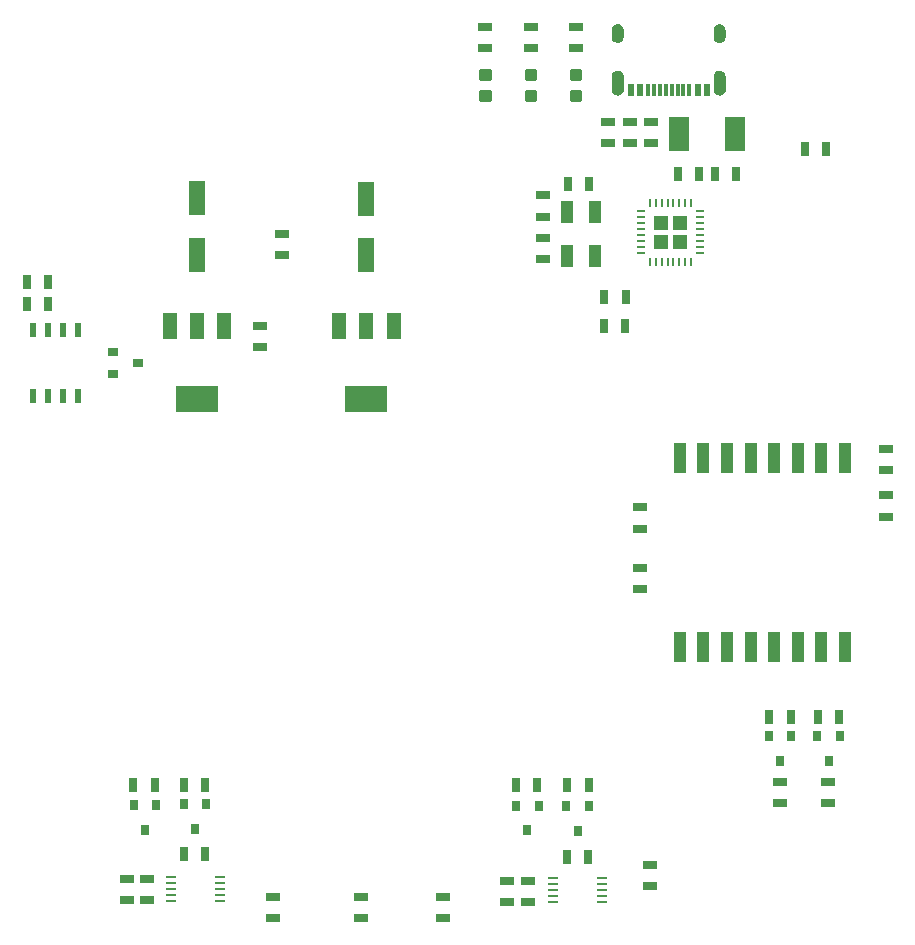
<source format=gbr>
G04 EAGLE Gerber RS-274X export*
G75*
%MOMM*%
%FSLAX34Y34*%
%LPD*%
%INSolderpaste Top*%
%IPPOS*%
%AMOC8*
5,1,8,0,0,1.08239X$1,22.5*%
G01*
%ADD10R,1.200000X0.800000*%
%ADD11R,1.100000X2.600000*%
%ADD12R,0.800000X0.284600*%
%ADD13R,0.284600X0.800000*%
%ADD14R,1.300000X1.300000*%
%ADD15R,1.100000X1.900000*%
%ADD16R,0.800000X1.200000*%
%ADD17R,0.300000X1.000000*%
%ADD18R,0.600000X1.000000*%
%ADD19R,1.676400X2.895600*%
%ADD20R,1.219200X2.235200*%
%ADD21R,3.600000X2.200000*%
%ADD22R,1.400000X3.000000*%
%ADD23R,0.875000X0.250000*%
%ADD24R,0.800000X0.900000*%
%ADD25R,0.900000X0.800000*%
%ADD26R,0.600000X1.200000*%
%ADD27C,0.300000*%

G36*
X670704Y826155D02*
X670704Y826155D01*
X670707Y826151D01*
X671815Y826321D01*
X671821Y826327D01*
X671826Y826324D01*
X672868Y826736D01*
X672872Y826743D01*
X672877Y826741D01*
X673802Y827375D01*
X673804Y827383D01*
X673810Y827382D01*
X674570Y828206D01*
X674571Y828214D01*
X674577Y828214D01*
X675134Y829186D01*
X675134Y829190D01*
X675135Y829191D01*
X675133Y829193D01*
X675133Y829194D01*
X675139Y829196D01*
X675466Y830268D01*
X675465Y830273D01*
X675467Y830274D01*
X675465Y830277D01*
X675468Y830279D01*
X675549Y831396D01*
X675548Y831399D01*
X675549Y831400D01*
X675549Y843400D01*
X675544Y843407D01*
X675548Y843411D01*
X675329Y844355D01*
X675323Y844361D01*
X675325Y844366D01*
X674902Y845238D01*
X674894Y845241D01*
X674896Y845247D01*
X674289Y846003D01*
X674281Y846005D01*
X674281Y846011D01*
X673521Y846612D01*
X673512Y846612D01*
X673511Y846618D01*
X672636Y847036D01*
X672628Y847034D01*
X672626Y847039D01*
X671680Y847252D01*
X671673Y847248D01*
X671669Y847253D01*
X670700Y847249D01*
X670699Y847249D01*
X669631Y847230D01*
X669630Y847230D01*
X669624Y847226D01*
X669620Y847229D01*
X668583Y846973D01*
X668578Y846966D01*
X668572Y846969D01*
X667618Y846488D01*
X667615Y846481D01*
X667609Y846482D01*
X666786Y845801D01*
X666784Y845793D01*
X666778Y845793D01*
X666127Y844946D01*
X666127Y844938D01*
X666121Y844937D01*
X665674Y843966D01*
X665676Y843958D01*
X665671Y843956D01*
X665452Y842910D01*
X665455Y842903D01*
X665451Y842900D01*
X665451Y830900D01*
X665454Y830895D01*
X665451Y830892D01*
X665631Y829797D01*
X665637Y829791D01*
X665634Y829786D01*
X666053Y828758D01*
X666060Y828754D01*
X666058Y828749D01*
X666696Y827840D01*
X666703Y827838D01*
X666703Y827832D01*
X667526Y827088D01*
X667534Y827087D01*
X667535Y827081D01*
X668503Y826539D01*
X668512Y826540D01*
X668514Y826534D01*
X669578Y826221D01*
X669586Y826224D01*
X669589Y826219D01*
X670697Y826151D01*
X670704Y826155D01*
G37*
G36*
X757202Y826154D02*
X757202Y826154D01*
X757206Y826151D01*
X758251Y826269D01*
X758257Y826275D01*
X758262Y826271D01*
X759256Y826619D01*
X759260Y826626D01*
X759265Y826624D01*
X760157Y827184D01*
X760160Y827191D01*
X760165Y827191D01*
X760909Y827935D01*
X760911Y827943D01*
X760916Y827943D01*
X761476Y828835D01*
X761476Y828842D01*
X761477Y828843D01*
X761481Y828844D01*
X761829Y829838D01*
X761826Y829846D01*
X761831Y829849D01*
X761949Y830895D01*
X761947Y830898D01*
X761949Y830900D01*
X761949Y842900D01*
X761946Y842905D01*
X761949Y842908D01*
X761791Y843904D01*
X761785Y843910D01*
X761788Y843915D01*
X761413Y844851D01*
X761406Y844855D01*
X761408Y844861D01*
X760834Y845690D01*
X760826Y845693D01*
X760827Y845698D01*
X760083Y846379D01*
X760074Y846380D01*
X760074Y846386D01*
X759197Y846884D01*
X759189Y846883D01*
X759186Y846888D01*
X758221Y847179D01*
X758213Y847176D01*
X758210Y847181D01*
X757203Y847249D01*
X757201Y847248D01*
X757200Y847249D01*
X756119Y847240D01*
X756112Y847235D01*
X756108Y847239D01*
X755056Y846990D01*
X755051Y846983D01*
X755046Y846986D01*
X754076Y846509D01*
X754073Y846501D01*
X754067Y846503D01*
X753228Y845822D01*
X753226Y845814D01*
X753220Y845814D01*
X752554Y844964D01*
X752553Y844955D01*
X752548Y844954D01*
X752087Y843977D01*
X752089Y843969D01*
X752084Y843966D01*
X751852Y842911D01*
X751855Y842903D01*
X751851Y842900D01*
X751851Y830900D01*
X751855Y830895D01*
X751851Y830892D01*
X752044Y829786D01*
X752050Y829781D01*
X752047Y829776D01*
X752480Y828741D01*
X752487Y828737D01*
X752485Y828732D01*
X753138Y827819D01*
X753146Y827817D01*
X753145Y827811D01*
X753984Y827067D01*
X753993Y827066D01*
X753993Y827061D01*
X754977Y826522D01*
X754985Y826523D01*
X754987Y826518D01*
X756066Y826211D01*
X756074Y826214D01*
X756077Y826209D01*
X757197Y826151D01*
X757202Y826154D01*
G37*
G36*
X670704Y870656D02*
X670704Y870656D01*
X670709Y870652D01*
X671846Y870859D01*
X671852Y870865D01*
X671857Y870862D01*
X672919Y871317D01*
X672923Y871324D01*
X672929Y871322D01*
X673864Y872002D01*
X673866Y872010D01*
X673872Y872009D01*
X674632Y872880D01*
X674632Y872888D01*
X674638Y872889D01*
X675185Y873908D01*
X675184Y873916D01*
X675189Y873918D01*
X675195Y873937D01*
X675208Y873986D01*
X675222Y874036D01*
X675235Y874085D01*
X675249Y874134D01*
X675262Y874183D01*
X675263Y874183D01*
X675262Y874183D01*
X675276Y874233D01*
X675290Y874282D01*
X675303Y874331D01*
X675317Y874380D01*
X675330Y874430D01*
X675344Y874479D01*
X675357Y874528D01*
X675371Y874577D01*
X675385Y874627D01*
X675398Y874676D01*
X675412Y874725D01*
X675496Y875032D01*
X675493Y875040D01*
X675498Y875043D01*
X675549Y876198D01*
X675548Y876199D01*
X675549Y876200D01*
X675549Y882200D01*
X675545Y882206D01*
X675548Y882209D01*
X675336Y883290D01*
X675330Y883295D01*
X675333Y883300D01*
X674886Y884306D01*
X674879Y884310D01*
X674881Y884316D01*
X674221Y885197D01*
X674213Y885200D01*
X674213Y885205D01*
X673374Y885918D01*
X673366Y885918D01*
X673365Y885924D01*
X672388Y886432D01*
X672380Y886431D01*
X672378Y886436D01*
X671313Y886714D01*
X671305Y886711D01*
X671302Y886715D01*
X670202Y886749D01*
X670196Y886746D01*
X670193Y886749D01*
X669118Y886594D01*
X669112Y886588D01*
X669107Y886591D01*
X668093Y886201D01*
X668089Y886194D01*
X668083Y886196D01*
X667181Y885589D01*
X667179Y885581D01*
X667173Y885582D01*
X666429Y884790D01*
X666428Y884782D01*
X666422Y884782D01*
X665873Y883844D01*
X665874Y883836D01*
X665868Y883834D01*
X665541Y882798D01*
X665544Y882790D01*
X665539Y882787D01*
X665451Y881704D01*
X665453Y881701D01*
X665451Y881700D01*
X665451Y875700D01*
X665454Y875696D01*
X665451Y875694D01*
X665601Y874561D01*
X665607Y874555D01*
X665604Y874550D01*
X666002Y873480D01*
X666009Y873476D01*
X666007Y873470D01*
X666634Y872515D01*
X666642Y872512D01*
X666641Y872507D01*
X667464Y871715D01*
X667472Y871714D01*
X667473Y871708D01*
X668452Y871119D01*
X668460Y871120D01*
X668462Y871115D01*
X669547Y870759D01*
X669555Y870762D01*
X669558Y870757D01*
X670695Y870651D01*
X670704Y870656D01*
G37*
G36*
X757842Y870757D02*
X757842Y870757D01*
X757848Y870762D01*
X757853Y870759D01*
X758938Y871115D01*
X758943Y871122D01*
X758948Y871119D01*
X759927Y871708D01*
X759930Y871716D01*
X759936Y871715D01*
X760759Y872507D01*
X760760Y872515D01*
X760766Y872515D01*
X761393Y873470D01*
X761392Y873478D01*
X761398Y873480D01*
X761796Y874550D01*
X761794Y874558D01*
X761799Y874561D01*
X761949Y875694D01*
X761946Y875698D01*
X761949Y875700D01*
X761949Y881700D01*
X761946Y881704D01*
X761949Y881706D01*
X761799Y882839D01*
X761793Y882845D01*
X761796Y882850D01*
X761398Y883920D01*
X761391Y883924D01*
X761393Y883930D01*
X760766Y884885D01*
X760758Y884888D01*
X760759Y884893D01*
X759936Y885685D01*
X759928Y885686D01*
X759927Y885692D01*
X758948Y886281D01*
X758940Y886280D01*
X758938Y886285D01*
X757853Y886641D01*
X757845Y886639D01*
X757842Y886643D01*
X756705Y886749D01*
X756698Y886745D01*
X756694Y886749D01*
X755606Y886604D01*
X755600Y886598D01*
X755595Y886601D01*
X754567Y886218D01*
X754562Y886211D01*
X754557Y886213D01*
X753640Y885610D01*
X753637Y885602D01*
X753631Y885603D01*
X752871Y884811D01*
X752870Y884803D01*
X752864Y884802D01*
X752300Y883861D01*
X752301Y883853D01*
X752295Y883851D01*
X751954Y882808D01*
X751956Y882800D01*
X751952Y882797D01*
X751851Y881705D01*
X751853Y881702D01*
X751851Y881700D01*
X751851Y875700D01*
X751853Y875697D01*
X751851Y875696D01*
X751952Y874603D01*
X751957Y874597D01*
X751954Y874592D01*
X752295Y873549D01*
X752302Y873544D01*
X752300Y873539D01*
X752864Y872598D01*
X752872Y872595D01*
X752871Y872589D01*
X753631Y871797D01*
X753639Y871796D01*
X753640Y871790D01*
X754557Y871188D01*
X754565Y871188D01*
X754567Y871183D01*
X755595Y870799D01*
X755603Y870801D01*
X755606Y870796D01*
X756694Y870651D01*
X756701Y870655D01*
X756705Y870651D01*
X757842Y870757D01*
G37*
D10*
X897600Y509200D03*
X897600Y527200D03*
X897800Y469600D03*
X897800Y487600D03*
D11*
X723000Y519600D03*
X743000Y519600D03*
X763000Y519600D03*
X783000Y519600D03*
X803000Y519600D03*
X823000Y519600D03*
X843000Y519600D03*
X863000Y519600D03*
X723000Y359600D03*
X743000Y359600D03*
X763000Y359600D03*
X783000Y359600D03*
X803000Y359600D03*
X823000Y359600D03*
X843000Y359600D03*
X863000Y359600D03*
D12*
X690200Y728000D03*
X690200Y723000D03*
X690200Y718000D03*
X690200Y713000D03*
X690200Y708000D03*
X690200Y703000D03*
X690200Y698000D03*
X690200Y693000D03*
D13*
X697700Y685500D03*
X702700Y685500D03*
X707700Y685500D03*
X712700Y685500D03*
X717700Y685500D03*
X722700Y685500D03*
X727700Y685500D03*
X732700Y685500D03*
D12*
X740200Y693000D03*
X740200Y698000D03*
X740200Y703000D03*
X740200Y708000D03*
X740200Y713000D03*
X740200Y718000D03*
X740200Y723000D03*
X740200Y728000D03*
D13*
X732700Y735500D03*
X727700Y735500D03*
X722700Y735500D03*
X717700Y735500D03*
X712700Y735500D03*
X707700Y735500D03*
X702700Y735500D03*
X697700Y735500D03*
D14*
X723200Y718500D03*
X723200Y702500D03*
X707200Y718500D03*
X707200Y702500D03*
D15*
X627900Y727400D03*
X650900Y690400D03*
X650900Y727400D03*
X627900Y690400D03*
D10*
X607600Y741600D03*
X607600Y723600D03*
D16*
X646600Y751500D03*
X628600Y751500D03*
D10*
X607600Y687400D03*
X607600Y705400D03*
D16*
X771000Y759700D03*
X753000Y759700D03*
X721400Y759700D03*
X739400Y759700D03*
D17*
X706200Y831100D03*
X711200Y831100D03*
D18*
X681450Y831100D03*
X689200Y831100D03*
D17*
X696200Y831100D03*
X701200Y831100D03*
X721200Y831100D03*
X716200Y831100D03*
D18*
X745950Y831100D03*
X738200Y831100D03*
D17*
X731200Y831100D03*
X726200Y831100D03*
D10*
X680700Y803600D03*
X680700Y785600D03*
X698800Y803600D03*
X698800Y785600D03*
D19*
X722124Y794000D03*
X769876Y794000D03*
D10*
X662500Y785600D03*
X662500Y803600D03*
D20*
X337514Y630988D03*
X314400Y630988D03*
X291286Y630988D03*
D21*
X314400Y569010D03*
D10*
X689200Y459400D03*
X689200Y477400D03*
X689000Y408000D03*
X689000Y426000D03*
X368000Y631000D03*
X368000Y613000D03*
D22*
X457200Y738800D03*
X457200Y690800D03*
D23*
X657125Y143500D03*
X657125Y148500D03*
X657125Y153500D03*
X657125Y158500D03*
X657125Y163500D03*
X615875Y163500D03*
X615875Y158500D03*
X615875Y153500D03*
X615875Y148500D03*
X615875Y143500D03*
D24*
X603500Y225000D03*
X584500Y225000D03*
X594000Y204000D03*
D16*
X602500Y242500D03*
X584500Y242500D03*
D10*
X577000Y161500D03*
X577000Y143500D03*
D24*
X646000Y224500D03*
X627000Y224500D03*
X636500Y203500D03*
D10*
X594500Y161500D03*
X594500Y143500D03*
D16*
X646000Y242500D03*
X628000Y242500D03*
D23*
X333925Y144100D03*
X333925Y149100D03*
X333925Y154100D03*
X333925Y159100D03*
X333925Y164100D03*
X292675Y164100D03*
X292675Y159100D03*
X292675Y154100D03*
X292675Y149100D03*
X292675Y144100D03*
D24*
X280000Y225500D03*
X261000Y225500D03*
X270500Y204500D03*
D16*
X278500Y242500D03*
X260500Y242500D03*
D10*
X255000Y163000D03*
X255000Y145000D03*
D24*
X322000Y226000D03*
X303000Y226000D03*
X312500Y205000D03*
D10*
X272000Y163000D03*
X272000Y145000D03*
D16*
X321000Y242500D03*
X303000Y242500D03*
D24*
X817500Y284000D03*
X798500Y284000D03*
X808000Y263000D03*
D16*
X817000Y300000D03*
X799000Y300000D03*
D10*
X808000Y227000D03*
X808000Y245000D03*
D24*
X858600Y283700D03*
X839600Y283700D03*
X849100Y262700D03*
D10*
X849000Y227000D03*
X849000Y245000D03*
D16*
X858000Y300000D03*
X840000Y300000D03*
D25*
X243600Y609400D03*
X243600Y590400D03*
X264600Y599900D03*
D26*
X213550Y627900D03*
X200850Y627900D03*
X188150Y627900D03*
X175450Y627900D03*
X175450Y571900D03*
X188150Y571900D03*
X200850Y571900D03*
X213550Y571900D03*
D16*
X188000Y668000D03*
X170000Y668000D03*
X170000Y650000D03*
X188000Y650000D03*
D20*
X480814Y631188D03*
X457700Y631188D03*
X434586Y631188D03*
D21*
X457700Y569210D03*
D16*
X659200Y655900D03*
X677200Y655900D03*
X321500Y184000D03*
X303500Y184000D03*
X645500Y181500D03*
X627500Y181500D03*
D10*
X386500Y691000D03*
X386500Y709000D03*
D22*
X314000Y739000D03*
X314000Y691000D03*
D27*
X593500Y829230D02*
X600500Y829230D01*
X600500Y822230D01*
X593500Y822230D01*
X593500Y829230D01*
X593500Y825080D02*
X600500Y825080D01*
X600500Y827930D02*
X593500Y827930D01*
X593500Y846770D02*
X600500Y846770D01*
X600500Y839770D01*
X593500Y839770D01*
X593500Y846770D01*
X593500Y842620D02*
X600500Y842620D01*
X600500Y845470D02*
X593500Y845470D01*
X562000Y829230D02*
X555000Y829230D01*
X562000Y829230D02*
X562000Y822230D01*
X555000Y822230D01*
X555000Y829230D01*
X555000Y825080D02*
X562000Y825080D01*
X562000Y827930D02*
X555000Y827930D01*
X555000Y846770D02*
X562000Y846770D01*
X562000Y839770D01*
X555000Y839770D01*
X555000Y846770D01*
X555000Y842620D02*
X562000Y842620D01*
X562000Y845470D02*
X555000Y845470D01*
D10*
X597000Y884000D03*
X597000Y866000D03*
X558500Y884000D03*
X558500Y866000D03*
X635000Y866000D03*
X635000Y884000D03*
D27*
X631500Y829230D02*
X638500Y829230D01*
X638500Y822230D01*
X631500Y822230D01*
X631500Y829230D01*
X631500Y825080D02*
X638500Y825080D01*
X638500Y827930D02*
X631500Y827930D01*
X631500Y846770D02*
X638500Y846770D01*
X638500Y839770D01*
X631500Y839770D01*
X631500Y846770D01*
X631500Y842620D02*
X638500Y842620D01*
X638500Y845470D02*
X631500Y845470D01*
D16*
X659000Y631000D03*
X677000Y631000D03*
D10*
X379000Y148000D03*
X379000Y130000D03*
X453000Y148000D03*
X453000Y130000D03*
X523000Y148000D03*
X523000Y130000D03*
D16*
X847000Y781000D03*
X829000Y781000D03*
D10*
X698000Y157000D03*
X698000Y175000D03*
M02*

</source>
